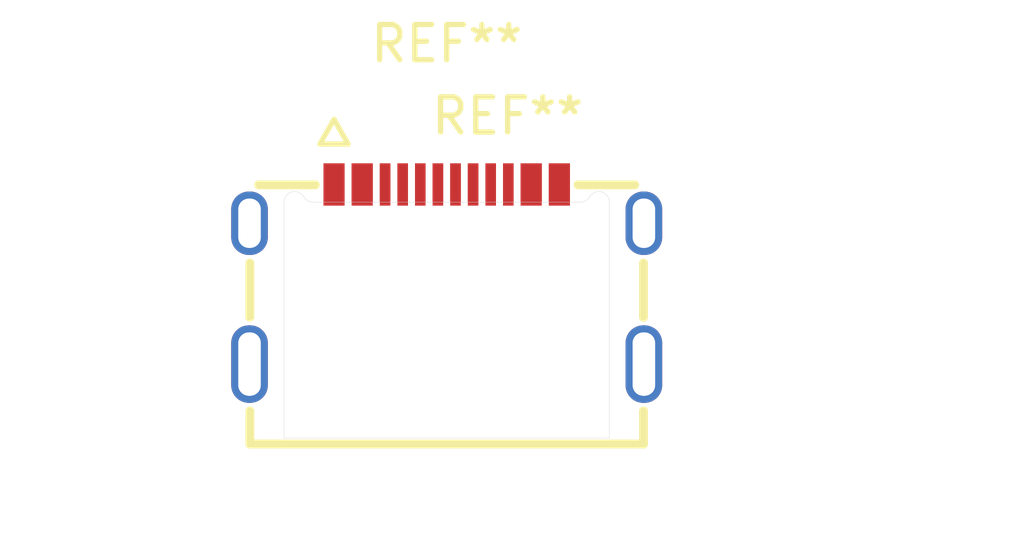
<source format=kicad_pcb>
(kicad_pcb (version 20241229) (generator "pcbnew") (generator_version "9.0")
  (layers (0 "F.Cu" signal) (2 "B.Cu" signal) (13 "F.Paste" user) (15 "B.Paste" user) (5 "F.SilkS" user "F.Silkscreen") (7 "B.SilkS" user "B.Silkscreen") (1 "F.Mask" user) (3 "B.Mask" user) (25 "Edge.Cuts" user))
  (net 0 "")
  (footprint "GT-USB-7014D:USB-C-SMD_GT-USB-7014D" (layer "F.Cu") (at 90 54.35)
    (property "Reference" "REF**" (at 0 -6.55 0) (layer "F.SilkS"))
    (property "Value" "USB-C-SMD_GT-USB-7014D")
    (fp_line (start -5.59 1.22) (end -5.59 -0.32) (stroke (width 0.25)) (layer "F.SilkS"))
    (fp_line (start -5.59 4.82) (end -5.59 3.88) (stroke (width 0.25)) (layer "F.SilkS"))
    (fp_line (start -3.73 -2.54) (end -5.34 -2.54) (stroke (width 0.25)) (layer "F.SilkS"))
    (fp_line (start 3.73 -2.54) (end 5.34 -2.54) (stroke (width 0.25)) (layer "F.SilkS"))
    (fp_line (start 5.59 -0.32) (end 5.59 1.22) (stroke (width 0.25)) (layer "F.SilkS"))
    (fp_line (start 5.59 3.88) (end 5.59 4.82) (stroke (width 0.25)) (layer "F.SilkS"))
    (fp_line (start 5.59 4.82) (end -5.59 4.82) (stroke (width 0.25)) (layer "F.SilkS"))
    (pad "0" thru_hole oval (at -5.58 -1.45) (size 1 1.8) (drill oval 0.599999 1.399997) (layers "*.Cu" "*.Mask"))
    (pad "0" thru_hole oval (at -5.58 2.55) (size 1 2.2) (drill oval 0.599999 1.799996) (layers "*.Cu" "*.Mask"))
    (pad "0" thru_hole oval (at 5.58 -1.45) (size 1 1.8) (drill oval 0.599999 1.399997) (layers "*.Cu" "*.Mask"))
    (pad "0" thru_hole oval (at 5.58 2.55) (size 1 2.2) (drill oval 0.599999 1.799996) (layers "*.Cu" "*.Mask"))
    (pad "A1B12" smd rect (at -3.2 -2.55) (size 0.6 1.2) (layers "F.Cu" "F.Mask" "F.Paste"))
    (pad "A4B9" smd rect (at -2.4 -2.55) (size 0.6 1.2) (layers "F.Cu" "F.Mask" "F.Paste"))
    (pad "A5" smd rect (at -1.25 -2.55) (size 0.3 1.2) (layers "F.Cu" "F.Mask" "F.Paste"))
    (pad "A6" smd rect (at -0.25 -2.55) (size 0.3 1.2) (layers "F.Cu" "F.Mask" "F.Paste"))
    (pad "A7" smd rect (at 0.25 -2.55) (size 0.3 1.2) (layers "F.Cu" "F.Mask" "F.Paste"))
    (pad "A8" smd rect (at 1.25 -2.55) (size 0.3 1.2) (layers "F.Cu" "F.Mask" "F.Paste"))
    (pad "B1A12" smd rect (at 3.2 -2.55) (size 0.6 1.2) (layers "F.Cu" "F.Mask" "F.Paste"))
    (pad "B4A9" smd rect (at 2.4 -2.55) (size 0.6 1.2) (layers "F.Cu" "F.Mask" "F.Paste"))
    (pad "B5" smd rect (at 1.75 -2.55) (size 0.3 1.2) (layers "F.Cu" "F.Mask" "F.Paste"))
    (pad "B6" smd rect (at 0.75 -2.55) (size 0.3 1.2) (layers "F.Cu" "F.Mask" "F.Paste"))
    (pad "B7" smd rect (at -0.75 -2.55) (size 0.3 1.2) (layers "F.Cu" "F.Mask" "F.Paste"))
    (pad "B8" smd rect (at -1.75 -2.55) (size 0.3 1.2) (layers "F.Cu" "F.Mask" "F.Paste"))
  )
  (footprint "2169900001:MOLEX_2169900001" (layer "F.Cu") (at 90 59)
    (property "Reference" "REF**" (at 1.73 -9.145 0) (layer "F.SilkS"))
    (property "Value" "MOLEX_2169900001")
    (fp_line (start -3.6 -8.35) (end -2.8 -8.35) (stroke (width 0.15)) (layer "F.SilkS"))
    (fp_line (start -3.2 -9.05) (end -3.6 -8.35) (stroke (width 0.15)) (layer "F.SilkS"))
    (fp_line (start -2.8 -8.35) (end -3.2 -9.05) (stroke (width 0.15)) (layer "F.SilkS"))
    (fp_line (start -4.62 0) (end -4.62 -6.7) (stroke (width 0.01)) (layer "Edge.Cuts"))
    (fp_line (start -3.80038 -6.7) (end 3.80038 -6.7) (stroke (width 0.01)) (layer "Edge.Cuts"))
    (fp_line (start 4.62 -6.7) (end 4.62 0) (stroke (width 0.01)) (layer "Edge.Cuts"))
    (fp_line (start 4.62 0) (end -4.62 0) (stroke (width 0.01)) (layer "Edge.Cuts"))
    (fp_arc (start -4.62 -6.700001) (mid -4.397644 -6.989779) (end -4.06019 -6.85) (stroke (width 0.01)) (layer "Edge.Cuts"))
    (fp_arc (start -3.80038 -6.7) (mid -3.950382 -6.740191) (end -4.060191 -6.85) (stroke (width 0.01)) (layer "Edge.Cuts"))
    (fp_arc (start 4.06019 -6.85) (mid 3.950381 -6.740192) (end 3.80038 -6.7) (stroke (width 0.01)) (layer "Edge.Cuts"))
    (fp_arc (start 4.060191 -6.85) (mid 4.397645 -6.989778) (end 4.62 -6.7) (stroke (width 0.01)) (layer "Edge.Cuts"))
    (pad "A1_B12" smd rect (at -3.2 -7.25) (size 0.598 1.1) (layers "F.Cu" "F.Paste"))
    (pad "A4_B9" smd rect (at -2.4 -7.25) (size 0.598 1.1) (layers "F.Cu" "F.Paste"))
    (pad "A5" smd rect (at -1.25 -7.25) (size 0.298 1.1) (layers "F.Cu" "F.Paste"))
    (pad "A6" smd rect (at -0.25 -7.25) (size 0.298 1.1) (layers "F.Cu" "F.Paste"))
    (pad "A7" smd rect (at 0.25 -7.25) (size 0.298 1.1) (layers "F.Cu" "F.Paste"))
    (pad "A8" smd rect (at 1.25 -7.25) (size 0.298 1.1) (layers "F.Cu" "F.Paste"))
    (pad "B1_A12" smd rect (at 3.2 -7.25) (size 0.598 1.1) (layers "F.Cu" "F.Paste"))
    (pad "B4_A9" smd rect (at 2.4 -7.25) (size 0.598 1.1) (layers "F.Cu" "F.Paste"))
    (pad "B5" smd rect (at 1.75 -7.25) (size 0.298 1.1) (layers "F.Cu" "F.Paste"))
    (pad "B6" smd rect (at 0.75 -7.25) (size 0.298 1.1) (layers "F.Cu" "F.Paste"))
    (pad "B7" smd rect (at -0.75 -7.25) (size 0.298 1.1) (layers "F.Cu" "F.Paste"))
    (pad "B8" smd rect (at -1.75 -7.25) (size 0.298 1.1) (layers "F.Cu" "F.Paste"))
    (pad "SH1" thru_hole oval (at -5.62 -2.1) (size 1 2.2) (drill oval 0.6 1.8) (layers "*.Cu" "*.Mask"))
    (pad "SH2" thru_hole oval (at 5.62 -2.1) (size 1 2.2) (drill oval 0.6 1.8) (layers "*.Cu" "*.Mask"))
    (pad "SH3" thru_hole oval (at -5.62 -6.1) (size 1 1.8) (drill oval 0.6 1.4) (layers "*.Cu" "*.Mask"))
    (pad "SH4" thru_hole oval (at 5.62 -6.1) (size 1 1.8) (drill oval 0.6 1.4) (layers "*.Cu" "*.Mask"))
  )
)
</source>
